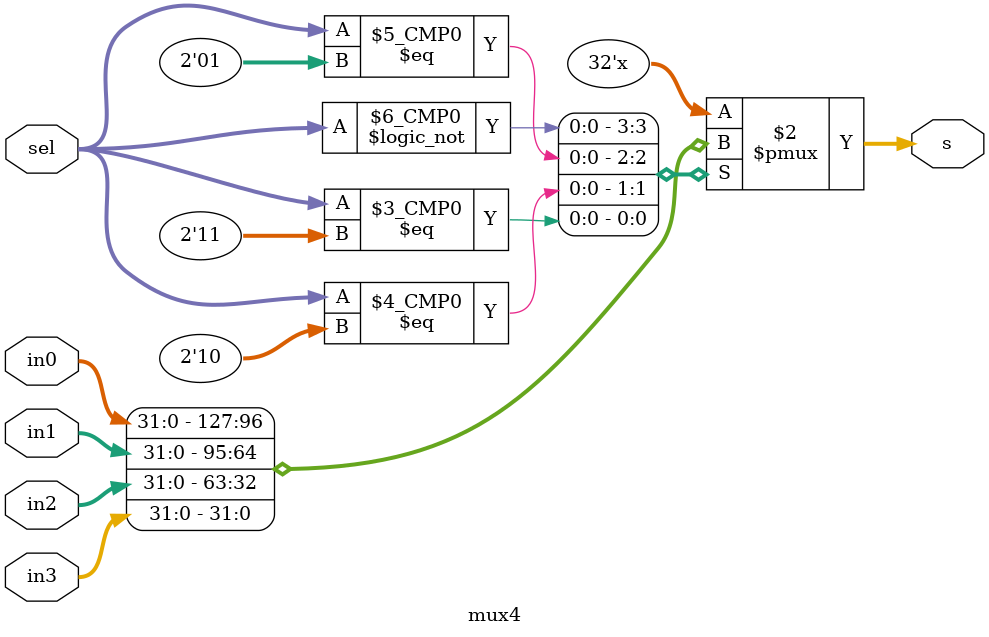
<source format=v>
`timescale 1ns / 1ps


module mux4(
    input [1:0] sel,
    input [31:0] in0, in1, in2, in3,
    output reg [31:0] s
    );
    always @(*) begin
        case (sel)
            2'b00: s = in0;
            2'b01: s = in1;
            2'b10: s = in2;
            2'b11: s = in3;
        endcase
    end
endmodule

</source>
